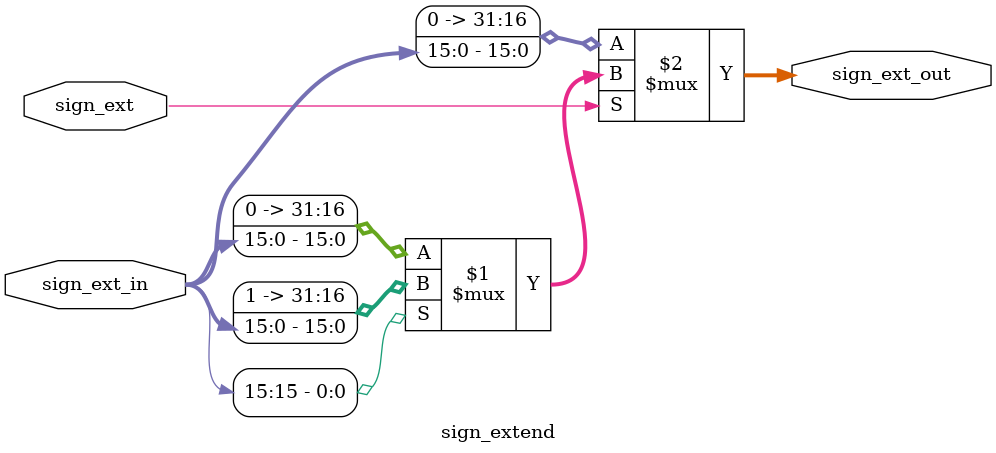
<source format=v>
module test_sign_extend;
    wire[31:0] data32;
    reg[15:0] data16;
    initial begin
        $monitor($time, ", data16 = %x, data32 = %x\n", data16, data32);
        data16 = 12;
        #5 data16 = -1;
        #5 data16 = -13;
        #5 $stop;
    end
    Sign_extend ext(data32, data16);
endmodule


module sign_extend(sign_ext_out, sign_ext_in, sign_ext);
    output [31:0] sign_ext_out;
    input [15:0] sign_ext_in;
    input  sign_ext; // 0-高位用0扩展; 1-高位用符号扩展
    assign sign_ext_out = sign_ext ? (sign_ext_in[15] ? {16'hffff, sign_ext_in} : {16'h0000, sign_ext_in}) : {16'h0000, sign_ext_in};
endmodule
</source>
